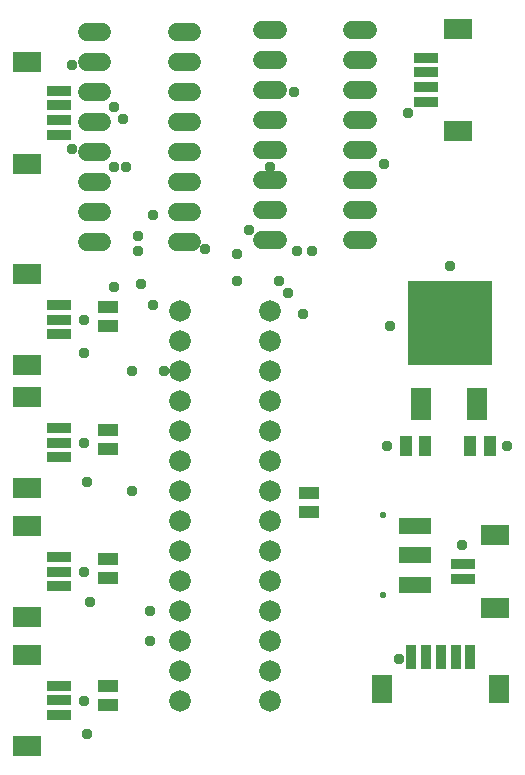
<source format=gbr>
G04 EAGLE Gerber X2 export*
%TF.Part,Single*%
%TF.FileFunction,Soldermask,Top,1*%
%TF.FilePolarity,Negative*%
%TF.GenerationSoftware,Autodesk,EAGLE,8.6.3*%
%TF.CreationDate,2018-03-05T01:58:30Z*%
G75*
%MOMM*%
%FSLAX34Y34*%
%LPD*%
%AMOC8*
5,1,8,0,0,1.08239X$1,22.5*%
G01*
%ADD10R,2.403200X1.803200*%
%ADD11R,2.003200X0.903200*%
%ADD12R,1.701800X2.692400*%
%ADD13R,7.213600X7.213600*%
%ADD14R,1.651000X1.117600*%
%ADD15R,1.117600X1.651000*%
%ADD16R,1.803200X2.403200*%
%ADD17R,0.903200X2.003200*%
%ADD18C,1.524000*%
%ADD19C,0.553200*%
%ADD20R,2.717800X1.447800*%
%ADD21C,1.828800*%
%ADD22C,0.959600*%


D10*
X777460Y230870D03*
X777460Y292370D03*
D11*
X750460Y255370D03*
X750460Y267870D03*
D12*
X762000Y403606D03*
D13*
X739140Y472440D03*
D12*
X714502Y403352D03*
D14*
X449580Y469392D03*
X449580Y485648D03*
X449580Y365252D03*
X449580Y381508D03*
X449580Y256032D03*
X449580Y272288D03*
X449580Y148590D03*
X449580Y164846D03*
D15*
X701548Y367792D03*
X717804Y367792D03*
X772668Y368300D03*
X756412Y368300D03*
D14*
X619760Y328168D03*
X619760Y311912D03*
D16*
X781020Y162340D03*
X682020Y162340D03*
D17*
X706520Y189340D03*
X719020Y189340D03*
X731520Y189340D03*
X744020Y189340D03*
X756520Y189340D03*
D18*
X593344Y720090D02*
X580136Y720090D01*
X580136Y694690D02*
X593344Y694690D01*
X593344Y567690D02*
X580136Y567690D01*
X580136Y542290D02*
X593344Y542290D01*
X593344Y669290D02*
X580136Y669290D01*
X580136Y643890D02*
X593344Y643890D01*
X593344Y593090D02*
X580136Y593090D01*
X580136Y618490D02*
X593344Y618490D01*
X656336Y542290D02*
X669544Y542290D01*
X669544Y567690D02*
X656336Y567690D01*
X656336Y593090D02*
X669544Y593090D01*
X669544Y618490D02*
X656336Y618490D01*
X656336Y643890D02*
X669544Y643890D01*
X669544Y669290D02*
X656336Y669290D01*
X656336Y694690D02*
X669544Y694690D01*
X669544Y720090D02*
X656336Y720090D01*
X444754Y718820D02*
X431546Y718820D01*
X431546Y693420D02*
X444754Y693420D01*
X444754Y566420D02*
X431546Y566420D01*
X431546Y541020D02*
X444754Y541020D01*
X444754Y668020D02*
X431546Y668020D01*
X431546Y642620D02*
X444754Y642620D01*
X444754Y591820D02*
X431546Y591820D01*
X431546Y617220D02*
X444754Y617220D01*
X507746Y541020D02*
X520954Y541020D01*
X520954Y566420D02*
X507746Y566420D01*
X507746Y591820D02*
X520954Y591820D01*
X520954Y617220D02*
X507746Y617220D01*
X507746Y642620D02*
X520954Y642620D01*
X520954Y668020D02*
X507746Y668020D01*
X507746Y693420D02*
X520954Y693420D01*
X520954Y718820D02*
X507746Y718820D01*
D11*
X407780Y487480D03*
X407780Y474980D03*
X407780Y462480D03*
D10*
X380780Y513480D03*
X380780Y436480D03*
D11*
X407780Y383340D03*
X407780Y370840D03*
X407780Y358340D03*
D10*
X380780Y409340D03*
X380780Y332340D03*
D11*
X407780Y274120D03*
X407780Y261620D03*
X407780Y249120D03*
D10*
X380780Y300120D03*
X380780Y223120D03*
D11*
X407780Y165154D03*
X407780Y152654D03*
X407780Y140154D03*
D10*
X380780Y191154D03*
X380780Y114154D03*
D19*
X682371Y309499D03*
X682371Y241681D03*
D20*
X709676Y275590D03*
X709676Y300482D03*
X709676Y250698D03*
D10*
X745710Y634930D03*
X745710Y721430D03*
D11*
X718710Y659430D03*
X718710Y671930D03*
X718710Y684430D03*
X718710Y696930D03*
D10*
X380780Y693490D03*
X380780Y606990D03*
D11*
X407780Y668990D03*
X407780Y656490D03*
X407780Y643990D03*
X407780Y631490D03*
D21*
X586740Y152400D03*
X586740Y177800D03*
X586740Y203200D03*
X586740Y228600D03*
X586740Y254000D03*
X586740Y279400D03*
X586740Y304800D03*
X586740Y330200D03*
X586740Y355600D03*
X586740Y381000D03*
X586740Y406400D03*
X586740Y431800D03*
X586740Y457200D03*
X586740Y482600D03*
X510540Y482600D03*
X510540Y457200D03*
X510540Y431800D03*
X510540Y406400D03*
X510540Y381000D03*
X510540Y355600D03*
X510540Y330200D03*
X510540Y304800D03*
X510540Y279400D03*
X510540Y254000D03*
X510540Y228600D03*
X510540Y203200D03*
X510540Y177800D03*
X510540Y152400D03*
D22*
X787400Y368300D03*
X685800Y368300D03*
X695960Y187960D03*
X431800Y124460D03*
X434340Y236220D03*
X431800Y337820D03*
X429260Y447040D03*
X688340Y469900D03*
X739140Y520700D03*
X749300Y284480D03*
X703580Y650240D03*
X607060Y668020D03*
X683260Y607060D03*
X586740Y604520D03*
X462280Y645160D03*
X464820Y604520D03*
X454660Y655320D03*
X454660Y604520D03*
X454660Y502920D03*
X474980Y546100D03*
X429260Y370840D03*
X470126Y330200D03*
X429260Y474980D03*
X470126Y431800D03*
X429260Y261620D03*
X485140Y228600D03*
X429260Y152400D03*
X485140Y203200D03*
X558800Y530860D03*
X558800Y508000D03*
X594360Y508000D03*
X609600Y533400D03*
X601980Y497840D03*
X622300Y533400D03*
X614680Y480060D03*
X568960Y551180D03*
X419100Y619760D03*
X419100Y690880D03*
X477520Y504980D03*
X474980Y533400D03*
X497106Y431800D03*
X531789Y535011D03*
X487680Y487680D03*
X487680Y563880D03*
M02*

</source>
